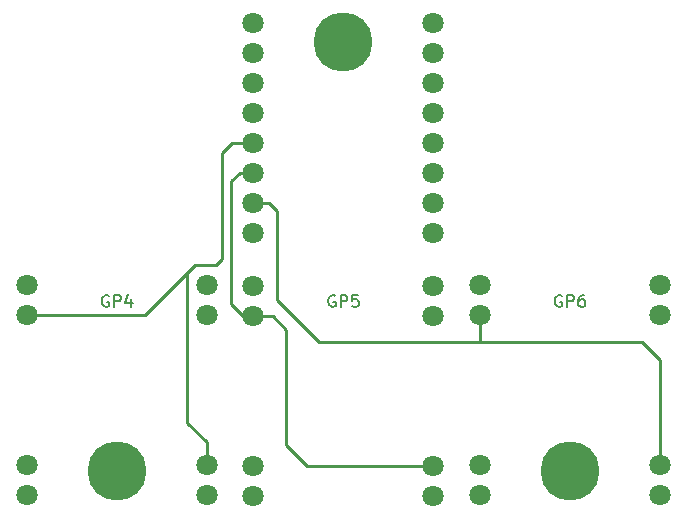
<source format=gbr>
%TF.GenerationSoftware,KiCad,Pcbnew,(6.0.5-0)*%
%TF.CreationDate,2022-06-14T22:50:01+09:00*%
%TF.ProjectId,tinypicotrio,74696e79-7069-4636-9f74-72696f2e6b69,rev?*%
%TF.SameCoordinates,Original*%
%TF.FileFunction,Copper,L1,Top*%
%TF.FilePolarity,Positive*%
%FSLAX46Y46*%
G04 Gerber Fmt 4.6, Leading zero omitted, Abs format (unit mm)*
G04 Created by KiCad (PCBNEW (6.0.5-0)) date 2022-06-14 22:50:01*
%MOMM*%
%LPD*%
G01*
G04 APERTURE LIST*
%ADD10C,0.150000*%
%TA.AperFunction,NonConductor*%
%ADD11C,0.150000*%
%TD*%
%TA.AperFunction,ComponentPad*%
%ADD12C,5.000000*%
%TD*%
%TA.AperFunction,ComponentPad*%
%ADD13C,1.800000*%
%TD*%
%TA.AperFunction,Conductor*%
%ADD14C,0.250000*%
%TD*%
G04 APERTURE END LIST*
D10*
D11*
X127809714Y-110879000D02*
X127714476Y-110831380D01*
X127571619Y-110831380D01*
X127428761Y-110879000D01*
X127333523Y-110974238D01*
X127285904Y-111069476D01*
X127238285Y-111259952D01*
X127238285Y-111402809D01*
X127285904Y-111593285D01*
X127333523Y-111688523D01*
X127428761Y-111783761D01*
X127571619Y-111831380D01*
X127666857Y-111831380D01*
X127809714Y-111783761D01*
X127857333Y-111736142D01*
X127857333Y-111402809D01*
X127666857Y-111402809D01*
X128285904Y-111831380D02*
X128285904Y-110831380D01*
X128666857Y-110831380D01*
X128762095Y-110879000D01*
X128809714Y-110926619D01*
X128857333Y-111021857D01*
X128857333Y-111164714D01*
X128809714Y-111259952D01*
X128762095Y-111307571D01*
X128666857Y-111355190D01*
X128285904Y-111355190D01*
X129714476Y-111164714D02*
X129714476Y-111831380D01*
X129476380Y-110783761D02*
X129238285Y-111498047D01*
X129857333Y-111498047D01*
D10*
D11*
X146986714Y-110879000D02*
X146891476Y-110831380D01*
X146748619Y-110831380D01*
X146605761Y-110879000D01*
X146510523Y-110974238D01*
X146462904Y-111069476D01*
X146415285Y-111259952D01*
X146415285Y-111402809D01*
X146462904Y-111593285D01*
X146510523Y-111688523D01*
X146605761Y-111783761D01*
X146748619Y-111831380D01*
X146843857Y-111831380D01*
X146986714Y-111783761D01*
X147034333Y-111736142D01*
X147034333Y-111402809D01*
X146843857Y-111402809D01*
X147462904Y-111831380D02*
X147462904Y-110831380D01*
X147843857Y-110831380D01*
X147939095Y-110879000D01*
X147986714Y-110926619D01*
X148034333Y-111021857D01*
X148034333Y-111164714D01*
X147986714Y-111259952D01*
X147939095Y-111307571D01*
X147843857Y-111355190D01*
X147462904Y-111355190D01*
X148939095Y-110831380D02*
X148462904Y-110831380D01*
X148415285Y-111307571D01*
X148462904Y-111259952D01*
X148558142Y-111212333D01*
X148796238Y-111212333D01*
X148891476Y-111259952D01*
X148939095Y-111307571D01*
X148986714Y-111402809D01*
X148986714Y-111640904D01*
X148939095Y-111736142D01*
X148891476Y-111783761D01*
X148796238Y-111831380D01*
X148558142Y-111831380D01*
X148462904Y-111783761D01*
X148415285Y-111736142D01*
D10*
D11*
X166163714Y-110879000D02*
X166068476Y-110831380D01*
X165925619Y-110831380D01*
X165782761Y-110879000D01*
X165687523Y-110974238D01*
X165639904Y-111069476D01*
X165592285Y-111259952D01*
X165592285Y-111402809D01*
X165639904Y-111593285D01*
X165687523Y-111688523D01*
X165782761Y-111783761D01*
X165925619Y-111831380D01*
X166020857Y-111831380D01*
X166163714Y-111783761D01*
X166211333Y-111736142D01*
X166211333Y-111402809D01*
X166020857Y-111402809D01*
X166639904Y-111831380D02*
X166639904Y-110831380D01*
X167020857Y-110831380D01*
X167116095Y-110879000D01*
X167163714Y-110926619D01*
X167211333Y-111021857D01*
X167211333Y-111164714D01*
X167163714Y-111259952D01*
X167116095Y-111307571D01*
X167020857Y-111355190D01*
X166639904Y-111355190D01*
X168068476Y-110831380D02*
X167878000Y-110831380D01*
X167782761Y-110879000D01*
X167735142Y-110926619D01*
X167639904Y-111069476D01*
X167592285Y-111259952D01*
X167592285Y-111640904D01*
X167639904Y-111736142D01*
X167687523Y-111783761D01*
X167782761Y-111831380D01*
X167973238Y-111831380D01*
X168068476Y-111783761D01*
X168116095Y-111736142D01*
X168163714Y-111640904D01*
X168163714Y-111402809D01*
X168116095Y-111307571D01*
X168068476Y-111259952D01*
X167973238Y-111212333D01*
X167782761Y-111212333D01*
X167687523Y-111259952D01*
X167639904Y-111307571D01*
X167592285Y-111402809D01*
D12*
%TO.P,REF\u002A\u002A,1*%
%TO.N,N/C*%
X147701000Y-89408000D03*
%TD*%
%TO.P,REF\u002A\u002A,1*%
%TO.N,N/C*%
X166878000Y-125730000D03*
%TD*%
D13*
%TO.P,SW3,1,1*%
%TO.N,Net-(SW3-Pad1)*%
X159258000Y-112559000D03*
X174498000Y-125259000D03*
%TO.P,SW3,2,2*%
%TO.N,GND*%
X159258000Y-127799000D03*
X174498000Y-110019000D03*
%TO.P,SW3,3*%
%TO.N,N/C*%
X174498000Y-127799000D03*
X159258000Y-125259000D03*
X159258000Y-110019000D03*
X174498000Y-112559000D03*
%TD*%
D12*
%TO.P,REF\u002A\u002A,1*%
%TO.N,N/C*%
X128524000Y-125730000D03*
%TD*%
D13*
%TO.P,SW1,1,1*%
%TO.N,Net-(SW1-Pad1)*%
X136144000Y-125259000D03*
X120904000Y-112559000D03*
%TO.P,SW1,2,2*%
%TO.N,GND*%
X120904000Y-127799000D03*
X136144000Y-110019000D03*
%TO.P,SW1,3*%
%TO.N,N/C*%
X136144000Y-112559000D03*
X120904000Y-125259000D03*
X136144000Y-127799000D03*
X120904000Y-110019000D03*
%TD*%
%TO.P,SW2,1,1*%
%TO.N,Net-(SW2-Pad1)*%
X140081000Y-112612000D03*
X155321000Y-125312000D03*
%TO.P,SW2,2,2*%
%TO.N,GND*%
X155321000Y-110072000D03*
X140081000Y-127852000D03*
%TO.P,SW2,3*%
%TO.N,N/C*%
X155321000Y-127852000D03*
X140081000Y-125312000D03*
X155321000Y-112612000D03*
X140081000Y-110072000D03*
%TD*%
%TO.P,U1,1,VBUS*%
%TO.N,Net-(U1-Pad1)*%
X155321000Y-87794000D03*
%TO.P,U1,2,GND*%
%TO.N,unconnected-(U1-Pad2)*%
X155321000Y-90334000D03*
%TO.P,U1,3,3V3*%
%TO.N,unconnected-(U1-Pad3)*%
X155321000Y-92874000D03*
%TO.P,U1,4,GP29*%
%TO.N,unconnected-(U1-Pad4)*%
X155321000Y-95414000D03*
%TO.P,U1,5,GP28*%
%TO.N,unconnected-(U1-Pad5)*%
X155321000Y-97954000D03*
%TO.P,U1,6,GP27*%
%TO.N,unconnected-(U1-Pad6)*%
X155321000Y-100494000D03*
%TO.P,U1,7,GP26*%
%TO.N,unconnected-(U1-Pad7)*%
X155321000Y-103034000D03*
%TO.P,U1,8,GND*%
%TO.N,GND*%
X155321000Y-105574000D03*
%TO.P,U1,9,GP7*%
%TO.N,unconnected-(U1-Pad9)*%
X140081000Y-105574000D03*
%TO.P,U1,10,GP6*%
%TO.N,Net-(SW3-Pad1)*%
X140081000Y-103034000D03*
%TO.P,U1,11,GP5*%
%TO.N,Net-(SW2-Pad1)*%
X140081000Y-100494000D03*
%TO.P,U1,12,GP4*%
%TO.N,Net-(SW1-Pad1)*%
X140081000Y-97954000D03*
%TO.P,U1,13,GP3*%
%TO.N,unconnected-(U1-Pad13)*%
X140081000Y-95414000D03*
%TO.P,U1,14,GP2*%
%TO.N,unconnected-(U1-Pad14)*%
X140081000Y-92874000D03*
%TO.P,U1,15,GP1*%
%TO.N,unconnected-(U1-Pad15)*%
X140081000Y-90334000D03*
%TO.P,U1,16,GP0*%
%TO.N,unconnected-(U1-Pad16)*%
X140081000Y-87794000D03*
%TD*%
D14*
%TO.N,Net-(SW1-Pad1)*%
X134493000Y-121666000D02*
X136144000Y-123317000D01*
X137414000Y-107823000D02*
X137414000Y-98806000D01*
X134493000Y-108966000D02*
X134493000Y-121666000D01*
X136144000Y-123317000D02*
X136144000Y-125259000D01*
X135128000Y-108331000D02*
X134493000Y-108966000D01*
X130900000Y-112559000D02*
X134493000Y-108966000D01*
X138266000Y-97954000D02*
X140081000Y-97954000D01*
X137414000Y-98806000D02*
X138266000Y-97954000D01*
X120904000Y-112559000D02*
X130900000Y-112559000D01*
X137414000Y-107823000D02*
X136906000Y-108331000D01*
X136906000Y-108331000D02*
X135128000Y-108331000D01*
%TO.N,Net-(SW2-Pad1)*%
X141695000Y-112612000D02*
X142875000Y-113792000D01*
X144616000Y-125312000D02*
X155321000Y-125312000D01*
X142875000Y-113792000D02*
X142875000Y-123571000D01*
X140081000Y-112612000D02*
X141695000Y-112612000D01*
X138901000Y-100494000D02*
X138176000Y-101219000D01*
X138176000Y-101219000D02*
X138176000Y-111633000D01*
X138176000Y-111633000D02*
X139155000Y-112612000D01*
X140081000Y-100494000D02*
X138901000Y-100494000D01*
X142875000Y-123571000D02*
X144616000Y-125312000D01*
X139155000Y-112612000D02*
X140081000Y-112612000D01*
%TO.N,Net-(SW3-Pad1)*%
X159258000Y-112559000D02*
X159258000Y-114681000D01*
X159385000Y-114808000D02*
X172974000Y-114808000D01*
X172974000Y-114808000D02*
X174498000Y-116332000D01*
X141388000Y-103034000D02*
X142113000Y-103759000D01*
X142113000Y-103759000D02*
X142113000Y-111252000D01*
X145669000Y-114808000D02*
X159385000Y-114808000D01*
X159258000Y-114681000D02*
X159385000Y-114808000D01*
X174498000Y-116332000D02*
X174498000Y-125259000D01*
X140081000Y-103034000D02*
X141388000Y-103034000D01*
X142113000Y-111252000D02*
X145669000Y-114808000D01*
%TD*%
M02*

</source>
